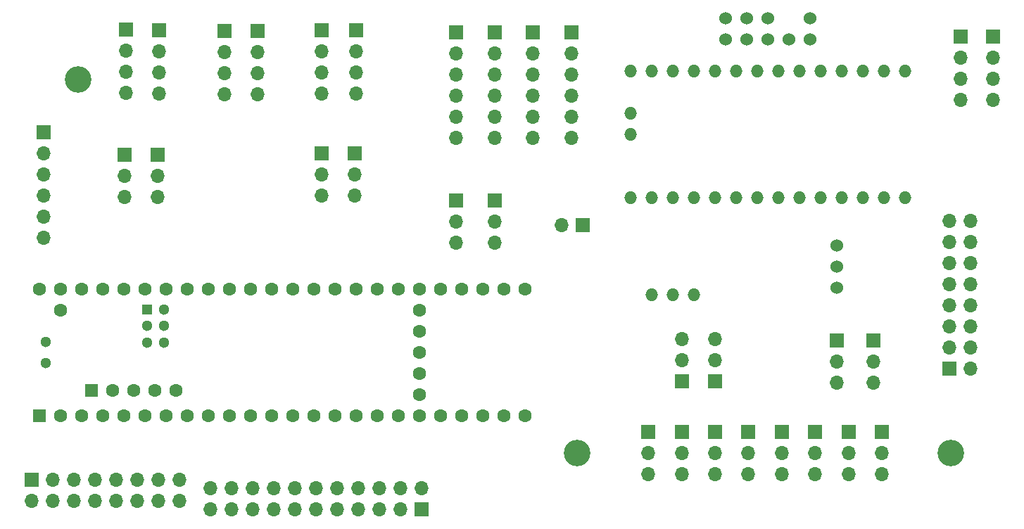
<source format=gbr>
%TF.GenerationSoftware,KiCad,Pcbnew,8.0.3*%
%TF.CreationDate,2024-07-14T18:55:45-07:00*%
%TF.ProjectId,robosub_teensy,726f626f-7375-4625-9f74-65656e73792e,rev?*%
%TF.SameCoordinates,Original*%
%TF.FileFunction,Soldermask,Top*%
%TF.FilePolarity,Negative*%
%FSLAX46Y46*%
G04 Gerber Fmt 4.6, Leading zero omitted, Abs format (unit mm)*
G04 Created by KiCad (PCBNEW 8.0.3) date 2024-07-14 18:55:45*
%MOMM*%
%LPD*%
G01*
G04 APERTURE LIST*
%ADD10O,1.700000X1.700000*%
%ADD11R,1.700000X1.700000*%
%ADD12C,3.200000*%
%ADD13O,1.524000X1.524000*%
%ADD14C,1.524000*%
%ADD15C,1.300000*%
%ADD16R,1.300000X1.300000*%
%ADD17C,1.600000*%
%ADD18R,1.600000X1.600000*%
G04 APERTURE END LIST*
D10*
%TO.C,JP10*%
X169005000Y-181245000D03*
X169005000Y-178705000D03*
D11*
X169005000Y-176165000D03*
%TD*%
D10*
%TO.C,JP9*%
X165065000Y-181245000D03*
X165065000Y-178705000D03*
D11*
X165065000Y-176165000D03*
%TD*%
D10*
%TO.C,JP2*%
X145320000Y-181415000D03*
X145320000Y-178875000D03*
D11*
X145320000Y-176335000D03*
%TD*%
D10*
%TO.C,JP1*%
X141330000Y-181415000D03*
X141330000Y-178875000D03*
D11*
X141330000Y-176335000D03*
%TD*%
%TO.C,J25*%
X169145000Y-161315000D03*
D10*
X169145000Y-163855000D03*
X169145000Y-166395000D03*
X169145000Y-168935000D03*
%TD*%
D11*
%TO.C,J24*%
X165065000Y-161315000D03*
D10*
X165065000Y-163855000D03*
X165065000Y-166395000D03*
X165065000Y-168935000D03*
%TD*%
D11*
%TO.C,J21*%
X157285000Y-161360000D03*
D10*
X157285000Y-163900000D03*
X157285000Y-166440000D03*
X157285000Y-168980000D03*
%TD*%
D11*
%TO.C,J20*%
X153310000Y-161370000D03*
D10*
X153310000Y-163910000D03*
X153310000Y-166450000D03*
X153310000Y-168990000D03*
%TD*%
D11*
%TO.C,J19*%
X245760000Y-162100000D03*
D10*
X245760000Y-164640000D03*
X245760000Y-167180000D03*
X245760000Y-169720000D03*
%TD*%
D11*
%TO.C,J18*%
X241930000Y-162100000D03*
D10*
X241930000Y-164640000D03*
X241930000Y-167180000D03*
X241930000Y-169720000D03*
%TD*%
D11*
%TO.C,J14*%
X145455000Y-161270000D03*
D10*
X145455000Y-163810000D03*
X145455000Y-166350000D03*
X145455000Y-168890000D03*
%TD*%
D11*
%TO.C,J13*%
X141485000Y-161230000D03*
D10*
X141485000Y-163770000D03*
X141485000Y-166310000D03*
X141485000Y-168850000D03*
%TD*%
D12*
%TO.C,H2*%
X195750000Y-212200000D03*
%TD*%
D11*
%TO.C,J12*%
X130120000Y-215392000D03*
D10*
X130120000Y-217932000D03*
X132660000Y-215392000D03*
X132660000Y-217932000D03*
X135200000Y-215392000D03*
X135200000Y-217932000D03*
X137740000Y-215392000D03*
X137740000Y-217932000D03*
X140280000Y-215392000D03*
X140280000Y-217932000D03*
X142820000Y-215392000D03*
X142820000Y-217932000D03*
X145360000Y-215392000D03*
X145360000Y-217932000D03*
X147900000Y-215392000D03*
X147900000Y-217932000D03*
%TD*%
%TO.C,J11*%
X243100000Y-184255000D03*
X240560000Y-184255000D03*
X243100000Y-186795000D03*
X240560000Y-186795000D03*
X243100000Y-189335000D03*
X240560000Y-189335000D03*
X243100000Y-191875000D03*
X240560000Y-191875000D03*
X243100000Y-194415000D03*
X240560000Y-194415000D03*
X243100000Y-196955000D03*
X240560000Y-196955000D03*
X243100000Y-199495000D03*
X240560000Y-199495000D03*
X243100000Y-202035000D03*
D11*
X240560000Y-202035000D03*
%TD*%
%TO.C,J17*%
X177020000Y-218970000D03*
D10*
X177020000Y-216430000D03*
X174480000Y-218970000D03*
X174480000Y-216430000D03*
X171940000Y-218970000D03*
X171940000Y-216430000D03*
X169400000Y-218970000D03*
X169400000Y-216430000D03*
X166860000Y-218970000D03*
X166860000Y-216430000D03*
X164320000Y-218970000D03*
X164320000Y-216430000D03*
X161780000Y-218970000D03*
X161780000Y-216430000D03*
X159240000Y-218970000D03*
X159240000Y-216430000D03*
X156700000Y-218970000D03*
X156700000Y-216430000D03*
X154160000Y-218970000D03*
X154160000Y-216430000D03*
X151620000Y-218970000D03*
X151620000Y-216430000D03*
%TD*%
D11*
%TO.C,JP18*%
X231375000Y-198680000D03*
D10*
X231375000Y-201220000D03*
X231375000Y-203760000D03*
%TD*%
D11*
%TO.C,JP17*%
X226975000Y-198680000D03*
D10*
X226975000Y-201220000D03*
X226975000Y-203760000D03*
%TD*%
D11*
%TO.C,JP8*%
X185825000Y-181775000D03*
D10*
X185825000Y-184315000D03*
X185825000Y-186855000D03*
%TD*%
D11*
%TO.C,JP7*%
X181225000Y-181775000D03*
D10*
X181225000Y-184315000D03*
X181225000Y-186855000D03*
%TD*%
D11*
%TO.C,JP4*%
X208336224Y-203575000D03*
D10*
X208336224Y-201035000D03*
X208336224Y-198495000D03*
%TD*%
%TO.C,JP3*%
X212351020Y-198495000D03*
X212351020Y-201035000D03*
D11*
X212351020Y-203575000D03*
%TD*%
%TO.C,J27*%
X195100000Y-161525000D03*
D10*
X195100000Y-164065000D03*
X195100000Y-166605000D03*
X195100000Y-169145000D03*
X195100000Y-171685000D03*
X195100000Y-174225000D03*
%TD*%
D11*
%TO.C,J26*%
X190466666Y-161525000D03*
D10*
X190466666Y-164065000D03*
X190466666Y-166605000D03*
X190466666Y-169145000D03*
X190466666Y-171685000D03*
X190466666Y-174225000D03*
%TD*%
D11*
%TO.C,J23*%
X185833333Y-161525000D03*
D10*
X185833333Y-164065000D03*
X185833333Y-166605000D03*
X185833333Y-169145000D03*
X185833333Y-171685000D03*
X185833333Y-174225000D03*
%TD*%
D11*
%TO.C,J22*%
X181200000Y-161525000D03*
D10*
X181200000Y-164065000D03*
X181200000Y-166605000D03*
X181200000Y-169145000D03*
X181200000Y-171685000D03*
X181200000Y-174225000D03*
%TD*%
D11*
%TO.C,J10*%
X131600000Y-173560000D03*
D10*
X131600000Y-176100000D03*
X131600000Y-178640000D03*
X131600000Y-181180000D03*
X131600000Y-183720000D03*
X131600000Y-186260000D03*
%TD*%
D11*
%TO.C,J9*%
X216365816Y-209645000D03*
D10*
X216365816Y-212185000D03*
X216365816Y-214725000D03*
%TD*%
%TO.C,J8*%
X204321428Y-214725000D03*
X204321428Y-212185000D03*
D11*
X204321428Y-209645000D03*
%TD*%
%TO.C,J7*%
X220380612Y-209645000D03*
D10*
X220380612Y-212185000D03*
X220380612Y-214725000D03*
%TD*%
%TO.C,J6*%
X208336224Y-214725000D03*
X208336224Y-212185000D03*
D11*
X208336224Y-209645000D03*
%TD*%
D10*
%TO.C,J5*%
X224395408Y-214725000D03*
X224395408Y-212185000D03*
D11*
X224395408Y-209645000D03*
%TD*%
%TO.C,J4*%
X212351020Y-209645000D03*
D10*
X212351020Y-212185000D03*
X212351020Y-214725000D03*
%TD*%
%TO.C,J3*%
X228410204Y-214725000D03*
X228410204Y-212185000D03*
D11*
X228410204Y-209645000D03*
%TD*%
%TO.C,J2*%
X196400000Y-184745000D03*
D10*
X193860000Y-184745000D03*
%TD*%
%TO.C,J1*%
X232425000Y-214725000D03*
X232425000Y-212185000D03*
D11*
X232425000Y-209645000D03*
%TD*%
D13*
%TO.C,U2*%
X202230000Y-181500000D03*
X204770000Y-181500000D03*
X207310000Y-181500000D03*
X209850000Y-181500000D03*
X212390000Y-181500000D03*
X214930000Y-181500000D03*
X217470000Y-181500000D03*
X220010000Y-181500000D03*
X222550000Y-181500000D03*
X225090000Y-181500000D03*
X227630000Y-181500000D03*
X230170000Y-181500000D03*
X232710000Y-181500000D03*
X235250000Y-181500000D03*
X202230000Y-171340000D03*
X202230000Y-173880000D03*
X235250000Y-166260000D03*
X232710000Y-166260000D03*
X230170000Y-166260000D03*
X227630000Y-166260000D03*
X225090000Y-166260000D03*
X222550000Y-166260000D03*
X220010000Y-166260000D03*
X217470000Y-166260000D03*
X214930000Y-166260000D03*
X212390000Y-166260000D03*
X209850000Y-166260000D03*
X207310000Y-166260000D03*
X204770000Y-166260000D03*
X202230000Y-166260000D03*
D14*
X223820000Y-162450000D03*
X221280000Y-162450000D03*
X218740000Y-162450000D03*
X216200000Y-162450000D03*
X213660000Y-162450000D03*
X216200000Y-159910000D03*
X213660000Y-159910000D03*
X227020400Y-187192140D03*
X227020400Y-189772780D03*
X227020400Y-192310240D03*
D13*
X209850000Y-193184000D03*
X207310000Y-193184000D03*
X204770000Y-193184000D03*
D14*
X218740000Y-159910000D03*
X223820000Y-159910000D03*
%TD*%
D12*
%TO.C,H3*%
X240750000Y-212200000D03*
%TD*%
D15*
%TO.C,U1*%
X131805000Y-201340000D03*
X131805000Y-198800000D03*
X146045000Y-194888400D03*
X146045000Y-196888400D03*
X146045000Y-198888400D03*
X144045000Y-198888400D03*
X144045000Y-196888400D03*
D16*
X144045000Y-194888400D03*
D17*
X147534200Y-204639200D03*
X144994200Y-204639200D03*
X142454200Y-204639200D03*
X139914200Y-204639200D03*
D18*
X137374200Y-204639200D03*
D17*
X176795000Y-194990000D03*
X176795000Y-197530000D03*
X176795000Y-200070000D03*
X176795000Y-202610000D03*
X176795000Y-205150000D03*
X133615000Y-194990000D03*
X131075000Y-192450000D03*
X133615000Y-192450000D03*
X136155000Y-192450000D03*
X138695000Y-192450000D03*
X141235000Y-192450000D03*
X143775000Y-192450000D03*
X146315000Y-192450000D03*
X148855000Y-192450000D03*
X151395000Y-192450000D03*
X153935000Y-192450000D03*
X156475000Y-192450000D03*
X159015000Y-192450000D03*
X161555000Y-192450000D03*
X164095000Y-192450000D03*
X166635000Y-192450000D03*
X169175000Y-192450000D03*
X171715000Y-192450000D03*
X174255000Y-192450000D03*
X176795000Y-192450000D03*
X179335000Y-192450000D03*
X181875000Y-192450000D03*
X184415000Y-192450000D03*
X186955000Y-192450000D03*
X189495000Y-192450000D03*
X189495000Y-207690000D03*
X186955000Y-207690000D03*
X184415000Y-207690000D03*
X181875000Y-207690000D03*
X179335000Y-207690000D03*
X176795000Y-207690000D03*
X174255000Y-207690000D03*
X171715000Y-207690000D03*
X169175000Y-207690000D03*
X166635000Y-207690000D03*
X164095000Y-207690000D03*
X161555000Y-207690000D03*
X159015000Y-207690000D03*
X156475000Y-207690000D03*
X153935000Y-207690000D03*
X151395000Y-207690000D03*
X148855000Y-207690000D03*
X146315000Y-207690000D03*
X143775000Y-207690000D03*
X141235000Y-207690000D03*
X138695000Y-207690000D03*
X136155000Y-207690000D03*
X133615000Y-207690000D03*
D18*
X131075000Y-207690000D03*
%TD*%
D12*
%TO.C,H1*%
X135750000Y-167200000D03*
%TD*%
M02*

</source>
